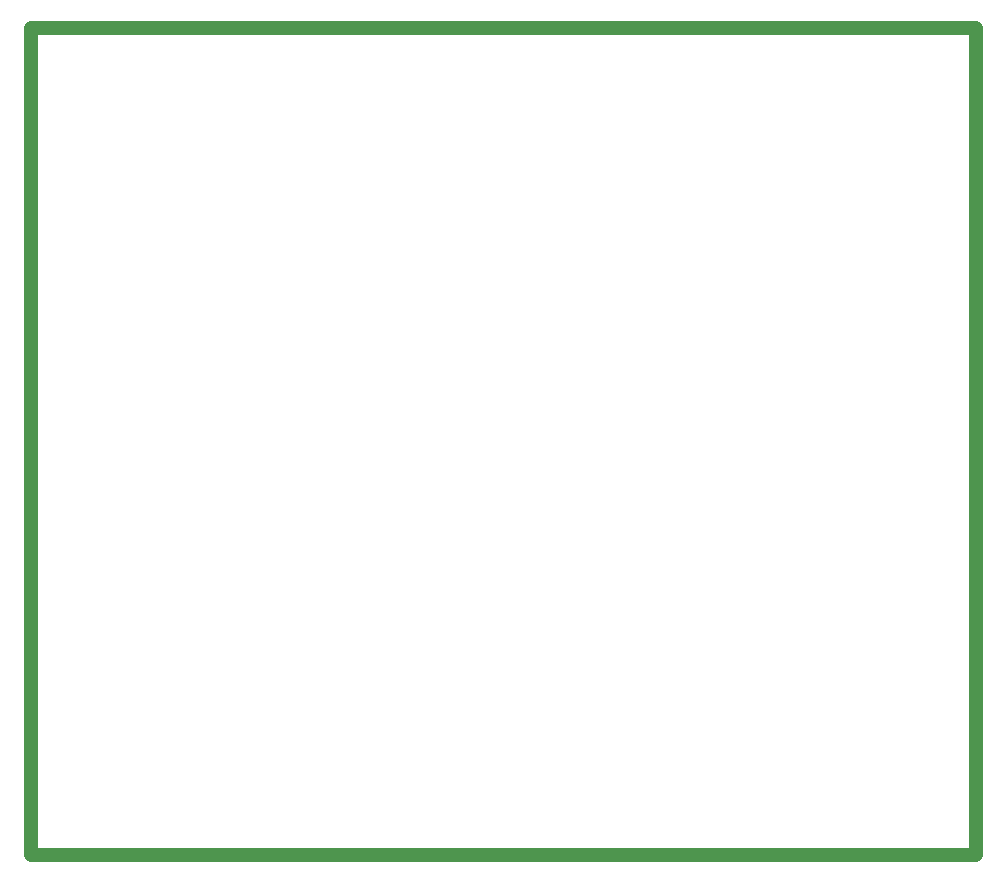
<source format=gm1>
G04*
G04 #@! TF.GenerationSoftware,Altium Limited,Altium Designer,24.8.2 (39)*
G04*
G04 Layer_Color=16711935*
%FSAX44Y44*%
%MOMM*%
G71*
G04*
G04 #@! TF.SameCoordinates,797AAC5B-F729-46B2-8772-93C60BB36BBD*
G04*
G04*
G04 #@! TF.FilePolarity,Positive*
G04*
G01*
G75*
%ADD69C,1.2000*%
D69*
X00000000Y00700000D02*
X00800000D01*
X00000000Y00000000D02*
Y00700000D01*
X00800000D02*
X00800000Y00000000D01*
X00000000D02*
X00800000D01*
M02*

</source>
